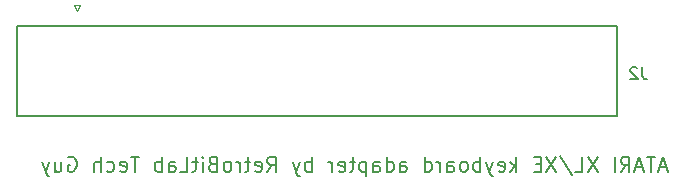
<source format=gbo>
G04 #@! TF.GenerationSoftware,KiCad,Pcbnew,5.0.2+dfsg1-1*
G04 #@! TF.CreationDate,2020-12-29T17:43:56+01:00*
G04 #@! TF.ProjectId,KBD_ADAPTER_XE,4b42445f-4144-4415-9054-45525f58452e,1.0*
G04 #@! TF.SameCoordinates,Original*
G04 #@! TF.FileFunction,Legend,Bot*
G04 #@! TF.FilePolarity,Positive*
%FSLAX46Y46*%
G04 Gerber Fmt 4.6, Leading zero omitted, Abs format (unit mm)*
G04 Created by KiCad (PCBNEW 5.0.2+dfsg1-1) date Tue 29 Dec 2020 05:43:56 PM CET*
%MOMM*%
%LPD*%
G01*
G04 APERTURE LIST*
%ADD10C,0.200000*%
%ADD11C,0.150000*%
%ADD12C,0.120000*%
G04 APERTURE END LIST*
D10*
X168898809Y-109708333D02*
X168303571Y-109708333D01*
X169017857Y-110065476D02*
X168601190Y-108815476D01*
X168184523Y-110065476D01*
X167946428Y-108815476D02*
X167232142Y-108815476D01*
X167589285Y-110065476D02*
X167589285Y-108815476D01*
X166875000Y-109708333D02*
X166279761Y-109708333D01*
X166994047Y-110065476D02*
X166577380Y-108815476D01*
X166160714Y-110065476D01*
X165029761Y-110065476D02*
X165446428Y-109470238D01*
X165744047Y-110065476D02*
X165744047Y-108815476D01*
X165267857Y-108815476D01*
X165148809Y-108875000D01*
X165089285Y-108934523D01*
X165029761Y-109053571D01*
X165029761Y-109232142D01*
X165089285Y-109351190D01*
X165148809Y-109410714D01*
X165267857Y-109470238D01*
X165744047Y-109470238D01*
X164494047Y-110065476D02*
X164494047Y-108815476D01*
X163065476Y-108815476D02*
X162232142Y-110065476D01*
X162232142Y-108815476D02*
X163065476Y-110065476D01*
X161160714Y-110065476D02*
X161755952Y-110065476D01*
X161755952Y-108815476D01*
X159851190Y-108755952D02*
X160922619Y-110363095D01*
X159553571Y-108815476D02*
X158720238Y-110065476D01*
X158720238Y-108815476D02*
X159553571Y-110065476D01*
X158244047Y-109410714D02*
X157827380Y-109410714D01*
X157648809Y-110065476D02*
X158244047Y-110065476D01*
X158244047Y-108815476D01*
X157648809Y-108815476D01*
X156160714Y-110065476D02*
X156160714Y-108815476D01*
X156041666Y-109589285D02*
X155684523Y-110065476D01*
X155684523Y-109232142D02*
X156160714Y-109708333D01*
X154672619Y-110005952D02*
X154791666Y-110065476D01*
X155029761Y-110065476D01*
X155148809Y-110005952D01*
X155208333Y-109886904D01*
X155208333Y-109410714D01*
X155148809Y-109291666D01*
X155029761Y-109232142D01*
X154791666Y-109232142D01*
X154672619Y-109291666D01*
X154613095Y-109410714D01*
X154613095Y-109529761D01*
X155208333Y-109648809D01*
X154196428Y-109232142D02*
X153898809Y-110065476D01*
X153601190Y-109232142D02*
X153898809Y-110065476D01*
X154017857Y-110363095D01*
X154077380Y-110422619D01*
X154196428Y-110482142D01*
X153124999Y-110065476D02*
X153124999Y-108815476D01*
X153124999Y-109291666D02*
X153005952Y-109232142D01*
X152767857Y-109232142D01*
X152648809Y-109291666D01*
X152589285Y-109351190D01*
X152529761Y-109470238D01*
X152529761Y-109827380D01*
X152589285Y-109946428D01*
X152648809Y-110005952D01*
X152767857Y-110065476D01*
X153005952Y-110065476D01*
X153124999Y-110005952D01*
X151815476Y-110065476D02*
X151934523Y-110005952D01*
X151994047Y-109946428D01*
X152053571Y-109827380D01*
X152053571Y-109470238D01*
X151994047Y-109351190D01*
X151934523Y-109291666D01*
X151815476Y-109232142D01*
X151636904Y-109232142D01*
X151517857Y-109291666D01*
X151458333Y-109351190D01*
X151398809Y-109470238D01*
X151398809Y-109827380D01*
X151458333Y-109946428D01*
X151517857Y-110005952D01*
X151636904Y-110065476D01*
X151815476Y-110065476D01*
X150327380Y-110065476D02*
X150327380Y-109410714D01*
X150386904Y-109291666D01*
X150505952Y-109232142D01*
X150744047Y-109232142D01*
X150863095Y-109291666D01*
X150327380Y-110005952D02*
X150446428Y-110065476D01*
X150744047Y-110065476D01*
X150863095Y-110005952D01*
X150922619Y-109886904D01*
X150922619Y-109767857D01*
X150863095Y-109648809D01*
X150744047Y-109589285D01*
X150446428Y-109589285D01*
X150327380Y-109529761D01*
X149732142Y-110065476D02*
X149732142Y-109232142D01*
X149732142Y-109470238D02*
X149672619Y-109351190D01*
X149613095Y-109291666D01*
X149494047Y-109232142D01*
X149374999Y-109232142D01*
X148422619Y-110065476D02*
X148422619Y-108815476D01*
X148422619Y-110005952D02*
X148541666Y-110065476D01*
X148779761Y-110065476D01*
X148898809Y-110005952D01*
X148958333Y-109946428D01*
X149017857Y-109827380D01*
X149017857Y-109470238D01*
X148958333Y-109351190D01*
X148898809Y-109291666D01*
X148779761Y-109232142D01*
X148541666Y-109232142D01*
X148422619Y-109291666D01*
X146339285Y-110065476D02*
X146339285Y-109410714D01*
X146398809Y-109291666D01*
X146517857Y-109232142D01*
X146755952Y-109232142D01*
X146874999Y-109291666D01*
X146339285Y-110005952D02*
X146458333Y-110065476D01*
X146755952Y-110065476D01*
X146874999Y-110005952D01*
X146934523Y-109886904D01*
X146934523Y-109767857D01*
X146874999Y-109648809D01*
X146755952Y-109589285D01*
X146458333Y-109589285D01*
X146339285Y-109529761D01*
X145208333Y-110065476D02*
X145208333Y-108815476D01*
X145208333Y-110005952D02*
X145327380Y-110065476D01*
X145565476Y-110065476D01*
X145684523Y-110005952D01*
X145744047Y-109946428D01*
X145803571Y-109827380D01*
X145803571Y-109470238D01*
X145744047Y-109351190D01*
X145684523Y-109291666D01*
X145565476Y-109232142D01*
X145327380Y-109232142D01*
X145208333Y-109291666D01*
X144077380Y-110065476D02*
X144077380Y-109410714D01*
X144136904Y-109291666D01*
X144255952Y-109232142D01*
X144494047Y-109232142D01*
X144613095Y-109291666D01*
X144077380Y-110005952D02*
X144196428Y-110065476D01*
X144494047Y-110065476D01*
X144613095Y-110005952D01*
X144672619Y-109886904D01*
X144672619Y-109767857D01*
X144613095Y-109648809D01*
X144494047Y-109589285D01*
X144196428Y-109589285D01*
X144077380Y-109529761D01*
X143482142Y-109232142D02*
X143482142Y-110482142D01*
X143482142Y-109291666D02*
X143363095Y-109232142D01*
X143124999Y-109232142D01*
X143005952Y-109291666D01*
X142946428Y-109351190D01*
X142886904Y-109470238D01*
X142886904Y-109827380D01*
X142946428Y-109946428D01*
X143005952Y-110005952D01*
X143124999Y-110065476D01*
X143363095Y-110065476D01*
X143482142Y-110005952D01*
X142529761Y-109232142D02*
X142053571Y-109232142D01*
X142351190Y-108815476D02*
X142351190Y-109886904D01*
X142291666Y-110005952D01*
X142172619Y-110065476D01*
X142053571Y-110065476D01*
X141160714Y-110005952D02*
X141279761Y-110065476D01*
X141517857Y-110065476D01*
X141636904Y-110005952D01*
X141696428Y-109886904D01*
X141696428Y-109410714D01*
X141636904Y-109291666D01*
X141517857Y-109232142D01*
X141279761Y-109232142D01*
X141160714Y-109291666D01*
X141101190Y-109410714D01*
X141101190Y-109529761D01*
X141696428Y-109648809D01*
X140565476Y-110065476D02*
X140565476Y-109232142D01*
X140565476Y-109470238D02*
X140505952Y-109351190D01*
X140446428Y-109291666D01*
X140327380Y-109232142D01*
X140208333Y-109232142D01*
X138839285Y-110065476D02*
X138839285Y-108815476D01*
X138839285Y-109291666D02*
X138720238Y-109232142D01*
X138482142Y-109232142D01*
X138363095Y-109291666D01*
X138303571Y-109351190D01*
X138244047Y-109470238D01*
X138244047Y-109827380D01*
X138303571Y-109946428D01*
X138363095Y-110005952D01*
X138482142Y-110065476D01*
X138720238Y-110065476D01*
X138839285Y-110005952D01*
X137827380Y-109232142D02*
X137529761Y-110065476D01*
X137232142Y-109232142D02*
X137529761Y-110065476D01*
X137648809Y-110363095D01*
X137708333Y-110422619D01*
X137827380Y-110482142D01*
X135089285Y-110065476D02*
X135505952Y-109470238D01*
X135803571Y-110065476D02*
X135803571Y-108815476D01*
X135327380Y-108815476D01*
X135208333Y-108875000D01*
X135148809Y-108934523D01*
X135089285Y-109053571D01*
X135089285Y-109232142D01*
X135148809Y-109351190D01*
X135208333Y-109410714D01*
X135327380Y-109470238D01*
X135803571Y-109470238D01*
X134077380Y-110005952D02*
X134196428Y-110065476D01*
X134434523Y-110065476D01*
X134553571Y-110005952D01*
X134613095Y-109886904D01*
X134613095Y-109410714D01*
X134553571Y-109291666D01*
X134434523Y-109232142D01*
X134196428Y-109232142D01*
X134077380Y-109291666D01*
X134017857Y-109410714D01*
X134017857Y-109529761D01*
X134613095Y-109648809D01*
X133660714Y-109232142D02*
X133184523Y-109232142D01*
X133482142Y-108815476D02*
X133482142Y-109886904D01*
X133422619Y-110005952D01*
X133303571Y-110065476D01*
X133184523Y-110065476D01*
X132767857Y-110065476D02*
X132767857Y-109232142D01*
X132767857Y-109470238D02*
X132708333Y-109351190D01*
X132648809Y-109291666D01*
X132529761Y-109232142D01*
X132410714Y-109232142D01*
X131815476Y-110065476D02*
X131934523Y-110005952D01*
X131994047Y-109946428D01*
X132053571Y-109827380D01*
X132053571Y-109470238D01*
X131994047Y-109351190D01*
X131934523Y-109291666D01*
X131815476Y-109232142D01*
X131636904Y-109232142D01*
X131517857Y-109291666D01*
X131458333Y-109351190D01*
X131398809Y-109470238D01*
X131398809Y-109827380D01*
X131458333Y-109946428D01*
X131517857Y-110005952D01*
X131636904Y-110065476D01*
X131815476Y-110065476D01*
X130446428Y-109410714D02*
X130267857Y-109470238D01*
X130208333Y-109529761D01*
X130148809Y-109648809D01*
X130148809Y-109827380D01*
X130208333Y-109946428D01*
X130267857Y-110005952D01*
X130386904Y-110065476D01*
X130863095Y-110065476D01*
X130863095Y-108815476D01*
X130446428Y-108815476D01*
X130327380Y-108875000D01*
X130267857Y-108934523D01*
X130208333Y-109053571D01*
X130208333Y-109172619D01*
X130267857Y-109291666D01*
X130327380Y-109351190D01*
X130446428Y-109410714D01*
X130863095Y-109410714D01*
X129613095Y-110065476D02*
X129613095Y-109232142D01*
X129613095Y-108815476D02*
X129672619Y-108875000D01*
X129613095Y-108934523D01*
X129553571Y-108875000D01*
X129613095Y-108815476D01*
X129613095Y-108934523D01*
X129196428Y-109232142D02*
X128720238Y-109232142D01*
X129017857Y-108815476D02*
X129017857Y-109886904D01*
X128958333Y-110005952D01*
X128839285Y-110065476D01*
X128720238Y-110065476D01*
X127708333Y-110065476D02*
X128303571Y-110065476D01*
X128303571Y-108815476D01*
X126755952Y-110065476D02*
X126755952Y-109410714D01*
X126815476Y-109291666D01*
X126934523Y-109232142D01*
X127172619Y-109232142D01*
X127291666Y-109291666D01*
X126755952Y-110005952D02*
X126874999Y-110065476D01*
X127172619Y-110065476D01*
X127291666Y-110005952D01*
X127351190Y-109886904D01*
X127351190Y-109767857D01*
X127291666Y-109648809D01*
X127172619Y-109589285D01*
X126874999Y-109589285D01*
X126755952Y-109529761D01*
X126160714Y-110065476D02*
X126160714Y-108815476D01*
X126160714Y-109291666D02*
X126041666Y-109232142D01*
X125803571Y-109232142D01*
X125684523Y-109291666D01*
X125624999Y-109351190D01*
X125565476Y-109470238D01*
X125565476Y-109827380D01*
X125624999Y-109946428D01*
X125684523Y-110005952D01*
X125803571Y-110065476D01*
X126041666Y-110065476D01*
X126160714Y-110005952D01*
X124255952Y-108815476D02*
X123541666Y-108815476D01*
X123898809Y-110065476D02*
X123898809Y-108815476D01*
X122648809Y-110005952D02*
X122767857Y-110065476D01*
X123005952Y-110065476D01*
X123124999Y-110005952D01*
X123184523Y-109886904D01*
X123184523Y-109410714D01*
X123124999Y-109291666D01*
X123005952Y-109232142D01*
X122767857Y-109232142D01*
X122648809Y-109291666D01*
X122589285Y-109410714D01*
X122589285Y-109529761D01*
X123184523Y-109648809D01*
X121517857Y-110005952D02*
X121636904Y-110065476D01*
X121874999Y-110065476D01*
X121994047Y-110005952D01*
X122053571Y-109946428D01*
X122113095Y-109827380D01*
X122113095Y-109470238D01*
X122053571Y-109351190D01*
X121994047Y-109291666D01*
X121874999Y-109232142D01*
X121636904Y-109232142D01*
X121517857Y-109291666D01*
X120982142Y-110065476D02*
X120982142Y-108815476D01*
X120446428Y-110065476D02*
X120446428Y-109410714D01*
X120505952Y-109291666D01*
X120624999Y-109232142D01*
X120803571Y-109232142D01*
X120922619Y-109291666D01*
X120982142Y-109351190D01*
X118244047Y-108875000D02*
X118363095Y-108815476D01*
X118541666Y-108815476D01*
X118720238Y-108875000D01*
X118839285Y-108994047D01*
X118898809Y-109113095D01*
X118958333Y-109351190D01*
X118958333Y-109529761D01*
X118898809Y-109767857D01*
X118839285Y-109886904D01*
X118720238Y-110005952D01*
X118541666Y-110065476D01*
X118422619Y-110065476D01*
X118244047Y-110005952D01*
X118184523Y-109946428D01*
X118184523Y-109529761D01*
X118422619Y-109529761D01*
X117113095Y-109232142D02*
X117113095Y-110065476D01*
X117648809Y-109232142D02*
X117648809Y-109886904D01*
X117589285Y-110005952D01*
X117470238Y-110065476D01*
X117291666Y-110065476D01*
X117172619Y-110005952D01*
X117113095Y-109946428D01*
X116636904Y-109232142D02*
X116339285Y-110065476D01*
X116041666Y-109232142D02*
X116339285Y-110065476D01*
X116458333Y-110363095D01*
X116517857Y-110422619D01*
X116636904Y-110482142D01*
D11*
G04 #@! TO.C,J2*
X113920000Y-97710000D02*
X113920000Y-105330000D01*
X113920000Y-105330000D02*
X164720000Y-105330000D01*
X164720000Y-105330000D02*
X164720000Y-97710000D01*
X164720000Y-97710000D02*
X113920000Y-97710000D01*
D12*
X119254000Y-95932000D02*
X119000000Y-96440000D01*
X118746000Y-95932000D02*
X119254000Y-95932000D01*
X119000000Y-96440000D02*
X118746000Y-95932000D01*
D11*
X166833333Y-101242380D02*
X166833333Y-101956666D01*
X166880952Y-102099523D01*
X166976190Y-102194761D01*
X167119047Y-102242380D01*
X167214285Y-102242380D01*
X166404761Y-101337619D02*
X166357142Y-101290000D01*
X166261904Y-101242380D01*
X166023809Y-101242380D01*
X165928571Y-101290000D01*
X165880952Y-101337619D01*
X165833333Y-101432857D01*
X165833333Y-101528095D01*
X165880952Y-101670952D01*
X166452380Y-102242380D01*
X165833333Y-102242380D01*
G04 #@! TD*
M02*

</source>
